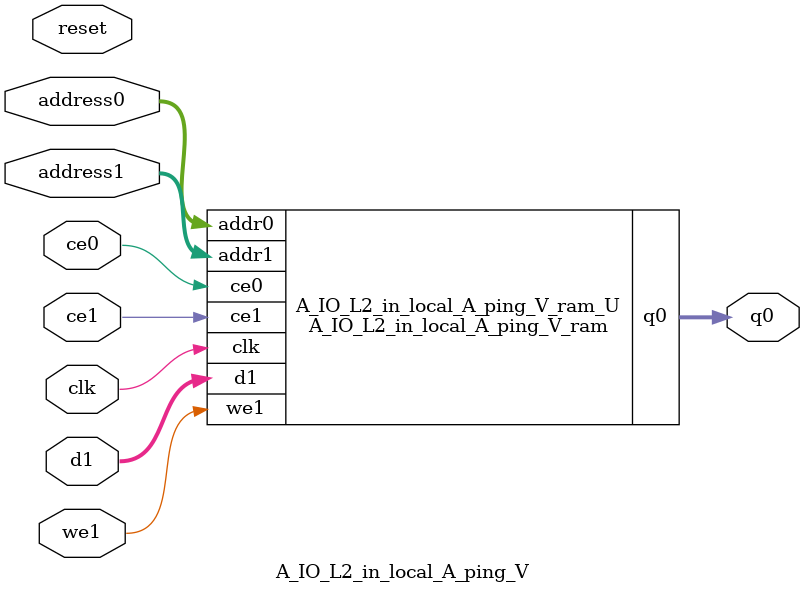
<source format=v>
`timescale 1 ns / 1 ps
module A_IO_L2_in_local_A_ping_V_ram (addr0, ce0, q0, addr1, ce1, d1, we1,  clk);

parameter DWIDTH = 512;
parameter AWIDTH = 3;
parameter MEM_SIZE = 8;

input[AWIDTH-1:0] addr0;
input ce0;
output reg[DWIDTH-1:0] q0;
input[AWIDTH-1:0] addr1;
input ce1;
input[DWIDTH-1:0] d1;
input we1;
input clk;

(* ram_style = "block" *)reg [DWIDTH-1:0] ram[0:MEM_SIZE-1];




always @(posedge clk)  
begin 
    if (ce0) begin
        q0 <= ram[addr0];
    end
end


always @(posedge clk)  
begin 
    if (ce1) begin
        if (we1) 
            ram[addr1] <= d1; 
    end
end


endmodule

`timescale 1 ns / 1 ps
module A_IO_L2_in_local_A_ping_V(
    reset,
    clk,
    address0,
    ce0,
    q0,
    address1,
    ce1,
    we1,
    d1);

parameter DataWidth = 32'd512;
parameter AddressRange = 32'd8;
parameter AddressWidth = 32'd3;
input reset;
input clk;
input[AddressWidth - 1:0] address0;
input ce0;
output[DataWidth - 1:0] q0;
input[AddressWidth - 1:0] address1;
input ce1;
input we1;
input[DataWidth - 1:0] d1;



A_IO_L2_in_local_A_ping_V_ram A_IO_L2_in_local_A_ping_V_ram_U(
    .clk( clk ),
    .addr0( address0 ),
    .ce0( ce0 ),
    .q0( q0 ),
    .addr1( address1 ),
    .ce1( ce1 ),
    .we1( we1 ),
    .d1( d1 ));

endmodule


</source>
